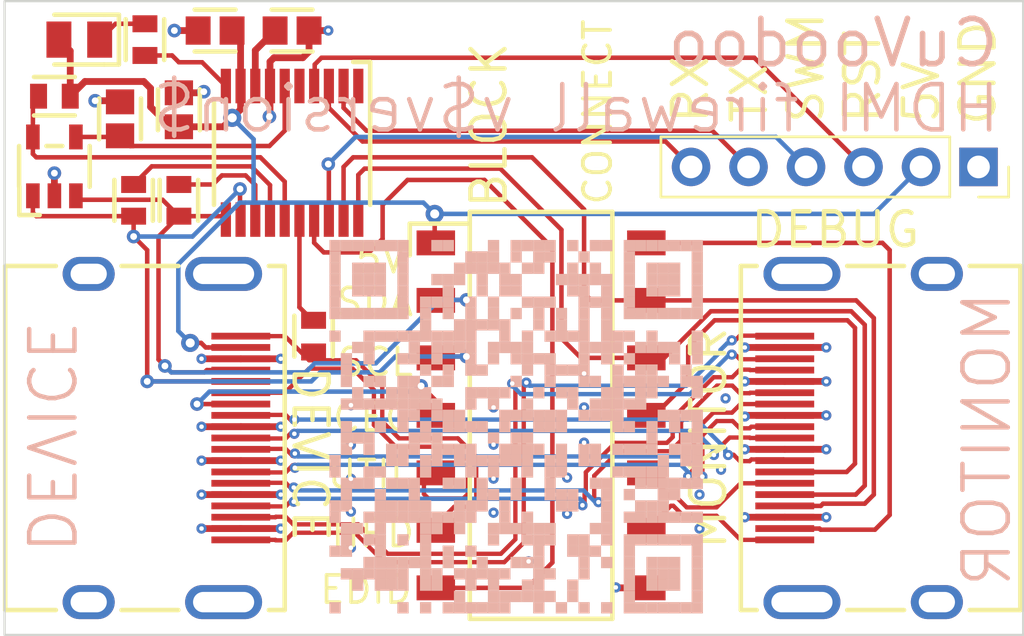
<source format=kicad_pcb>
(kicad_pcb (version 20211014) (generator pcbnew)

  (general
    (thickness 1.59)
  )

  (paper "A4")
  (title_block
    (date "$date$")
    (rev "$version$.$revision$")
    (company "CuVoodoo")
    (comment 1 "King Kévin")
    (comment 2 "CERN-OHL-S")
  )

  (layers
    (0 "F.Cu" signal)
    (1 "In1.Cu" power)
    (2 "In2.Cu" power)
    (31 "B.Cu" signal)
    (33 "F.Adhes" user "F.Adhesive")
    (35 "F.Paste" user)
    (36 "B.SilkS" user "B.Silkscreen")
    (37 "F.SilkS" user "F.Silkscreen")
    (38 "B.Mask" user)
    (39 "F.Mask" user)
    (44 "Edge.Cuts" user)
    (45 "Margin" user)
    (46 "B.CrtYd" user "B.Courtyard")
    (47 "F.CrtYd" user "F.Courtyard")
    (48 "B.Fab" user)
    (49 "F.Fab" user)
  )

  (setup
    (stackup
      (layer "F.SilkS" (type "Top Silk Screen") (color "White"))
      (layer "F.Paste" (type "Top Solder Paste"))
      (layer "F.Mask" (type "Top Solder Mask") (color "Green") (thickness 0.01))
      (layer "F.Cu" (type "copper") (thickness 0.035))
      (layer "dielectric 1" (type "core") (thickness 0.2) (material "FR4") (epsilon_r 4.6) (loss_tangent 0.02))
      (layer "In1.Cu" (type "copper") (thickness 0.0175))
      (layer "dielectric 2" (type "prepreg") (thickness 1.065) (material "FR4") (epsilon_r 4.6) (loss_tangent 0.02))
      (layer "In2.Cu" (type "copper") (thickness 0.0175))
      (layer "dielectric 3" (type "core") (thickness 0.2) (material "FR4") (epsilon_r 4.6) (loss_tangent 0.02))
      (layer "B.Cu" (type "copper") (thickness 0.035))
      (layer "B.Mask" (type "Bottom Solder Mask") (color "Green") (thickness 0.01))
      (layer "B.SilkS" (type "Bottom Silk Screen") (color "White"))
      (copper_finish "None")
      (dielectric_constraints yes)
    )
    (pad_to_mask_clearance 0)
    (pcbplotparams
      (layerselection 0x00010fc_ffffffff)
      (disableapertmacros false)
      (usegerberextensions false)
      (usegerberattributes true)
      (usegerberadvancedattributes true)
      (creategerberjobfile true)
      (svguseinch false)
      (svgprecision 6)
      (excludeedgelayer true)
      (plotframeref false)
      (viasonmask false)
      (mode 1)
      (useauxorigin false)
      (hpglpennumber 1)
      (hpglpenspeed 20)
      (hpglpendiameter 15.000000)
      (dxfpolygonmode true)
      (dxfimperialunits true)
      (dxfusepcbnewfont true)
      (psnegative false)
      (psa4output false)
      (plotreference true)
      (plotvalue true)
      (plotinvisibletext false)
      (sketchpadsonfab false)
      (subtractmaskfromsilk false)
      (outputformat 1)
      (mirror false)
      (drillshape 1)
      (scaleselection 1)
      (outputdirectory "")
    )
  )

  (net 0 "")
  (net 1 "GND")
  (net 2 "Net-(C1-Pad2)")
  (net 3 "+5V")
  (net 4 "/EEPROM")
  (net 5 "/D2+")
  (net 6 "/D2-")
  (net 7 "/D1+")
  (net 8 "/D1-")
  (net 9 "/D0+")
  (net 10 "/D0-")
  (net 11 "/CK+")
  (net 12 "/CK-")
  (net 13 "/CEC")
  (net 14 "/HEAC_D+")
  (net 15 "/SCL")
  (net 16 "/SDA")
  (net 17 "/HEAC_D-")
  (net 18 "Net-(J2-Pad13)")
  (net 19 "/HEAC_M+")
  (net 20 "/SCL_M")
  (net 21 "/SDA_M")
  (net 22 "Net-(J2-Pad18)")
  (net 23 "/HEAC_M-")
  (net 24 "/RST")
  (net 25 "/SWIM")
  (net 26 "/TX")
  (net 27 "/RX")
  (net 28 "/PRES")
  (net 29 "Net-(R4-Pad1)")
  (net 30 "/WP")
  (net 31 "/EDID")
  (net 32 "unconnected-(U1-Pad1)")
  (net 33 "unconnected-(U1-Pad5)")
  (net 34 "Net-(R4-Pad2)")
  (net 35 "/SDA_PU")
  (net 36 "/SCL_PU")

  (footprint "qeda:UC1608X55N" (layer "F.Cu") (at 55.5 64.5 180))

  (footprint "qeda:CONNECTOR_HDMI-001S" (layer "F.Cu") (at 86.5 75 -90))

  (footprint "qeda:CAPC1608X92N" (layer "F.Cu") (at 55.5 60.5))

  (footprint "qeda:SOP254P976X355-14N" (layer "F.Cu") (at 71.5 74))

  (footprint "qeda:CONNECTOR_HDMI-001S" (layer "F.Cu") (at 54 75 90))

  (footprint "qeda:LEDC2012X80N" (layer "F.Cu") (at 51.1 57.4 -90))

  (footprint "qeda:SOT95P280X125-5N" (layer "F.Cu") (at 50 63 90))

  (footprint "qeda:UC1608X55N" (layer "F.Cu") (at 50 59.9 90))

  (footprint "qeda:CAPC1608X92N" (layer "F.Cu") (at 57.1 57 90))

  (footprint "qeda:UC1608X55N" (layer "F.Cu") (at 53.5 64.5 180))

  (footprint "qeda:CAPC1608X92N" (layer "F.Cu") (at 52.9 60.9))

  (footprint "qeda:SOP65P640X120-20N" (layer "F.Cu") (at 60.5 62.4 -90))

  (footprint "Connector_PinSocket_2.54mm:PinSocket_1x06_P2.54mm_Vertical" (layer "F.Cu") (at 90.825 63.025 -90))

  (footprint "qeda:UC1608X55N" (layer "F.Cu") (at 61.45 70.5 180))

  (footprint "qeda:CAPC1608X92N" (layer "F.Cu") (at 60.5 57 -90))

  (footprint "qeda:UC1608X55N" (layer "F.Cu") (at 54 57.4 180))

  (footprint "custom:qr" (layer "B.Cu") (at 70.4 74.5 180))

  (gr_rect (start 47.8 55.7) (end 92.8 83.7) (layer "Edge.Cuts") (width 0.1) (fill none) (tstamp f0146902-4434-4b0f-b356-212cd68fedb2))
  (gr_text "DEVICE" (at 49.8 74.95 270) (layer "B.SilkS") (tstamp 2c597ce7-f11b-4c21-aadd-c78376cd4545)
    (effects (font (size 2 2) (thickness 0.2)) (justify mirror))
  )
  (gr_text "HDMI firewall v$version$" (at 91.9 60.45) (layer "B.SilkS") (tstamp 47d2de52-f49e-423a-b420-37362595aee9)
    (effects (font (size 2 2) (thickness 0.2)) (justify left mirror))
  )
  (gr_text "MONITOR" (at 91.2 75.05 90) (layer "B.SilkS") (tstamp b7a9cebd-bbc2-4903-8147-14f38735f3a2)
    (effects (font (size 2 2) (thickness 0.2)) (justify mirror))
  )
  (gr_text "CuVoodoo" (at 91.85 57.55) (layer "B.SilkS") (tstamp e33f2640-6147-4605-84c4-295ca3d1c887)
    (effects (font (size 2 2) (thickness 0.25)) (justify left mirror))
  )
  (gr_text "TX" (at 80.7 61.2 90) (layer "F.SilkS") (tstamp 0c5f848f-0019-403a-82c9-a37b1ed1c370)
    (effects (font (size 1.5 1.5) (thickness 0.2)) (justify left))
  )
  (gr_text "5V" (at 88.3 61.2 90) (layer "F.SilkS") (tstamp 1cdc715f-35da-4031-90b3-2b1ff424be14)
    (effects (font (size 1.5 1.5) (thickness 0.2)) (justify left))
  )
  (gr_text "HPD" (at 66 79.2) (layer "F.SilkS") (tstamp 2763916d-9ecc-4556-9441-121441775248)
    (effects (font (size 1.2 1.2) (thickness 0.16)) (justify right))
  )
  (gr_text "EDID" (at 65.9 81.7) (layer "F.SilkS") (tstamp 4dee5168-4f51-483e-9d9a-37d92ae901ea)
    (effects (font (size 1.2 1.2) (thickness 0.16)) (justify right))
  )
  (gr_text "SDA" (at 65.95 69) (layer "F.SilkS") (tstamp 5dfa2e7f-530f-44ae-905f-bddb3d619752)
    (effects (font (size 1.2 1.2) (thickness 0.16)) (justify right))
  )
  (gr_text "MONITOR" (at 78.9 75 90) (layer "F.SilkS") (tstamp 6d59aa18-c021-422f-ad9f-81837e6c0b48)
    (effects (font (size 1.5 1.5) (thickness 0.2)))
  )
  (gr_text "RST" (at 85.7 61.2 90) (layer "F.SilkS") (tstamp 740fd393-eab6-46ac-8b63-b338c8b36286)
    (effects (font (size 1.5 1.5) (thickness 0.2)) (justify left))
  )
  (gr_text "DEBUG" (at 84.5 65.8) (layer "F.SilkS") (tstamp 79d2f178-b18d-4243-b1f9-3a0821e998d8)
    (effects (font (size 1.5 1.5) (thickness 0.2)))
  )
  (gr_text "GND" (at 90.8 61.3 90) (layer "F.SilkS") (tstamp 83c32e93-ec61-4fc4-bcb8-11c9d1bb60e5)
    (effects (font (size 1.5 1.5) (thickness 0.2)) (justify left))
  )
  (gr_text "BLOCK" (at 69.2 57.4 90) (layer "F.SilkS") (tstamp 83fbe59b-a59c-4098-8d1f-4a61a45b5486)
    (effects (font (size 1.5 1.5) (thickness 0.2)) (justify right))
  )
  (gr_text "SCL" (at 65.95 71.65) (layer "F.SilkS") (tstamp 89c8a35d-3c44-4e2a-86f8-0957371e37cd)
    (effects (font (size 1.2 1.2) (thickness 0.16)) (justify right))
  )
  (gr_text "UTIL" (at 65.9 76.6) (layer "F.SilkS") (tstamp 98de9a7e-656d-4135-8bd0-809035f2e3a3)
    (effects (font (size 1.2 1.2) (thickness 0.16)) (justify right))
  )
  (gr_text "CEC" (at 65.9 74.1) (layer "F.SilkS") (tstamp ad6729fb-9aa4-42bf-afee-63f6d49c5850)
    (effects (font (size 1.2 1.2) (thickness 0.16)) (justify right))
  )
  (gr_text "5V" (at 65.6 67.1) (layer "F.SilkS") (tstamp c9706b15-2062-431c-a6e4-3d87a8073382)
    (effects (font (size 1.2 1.2) (thickness 0.16)) (justify right))
  )
  (gr_text "CONNECT" (at 74 56.4 90) (layer "F.SilkS") (tstamp d6e6acfd-ff08-405f-83ab-b581ecd673c2)
    (effects (font (size 1.2 1.2) (thickness 0.17)) (justify right))
  )
  (gr_text "RX" (at 78.1 61.2 90) (layer "F.SilkS") (tstamp dcc49d98-631a-4b1e-8436-6b22799f4a51)
    (effects (font (size 1.5 1.5) (thickness 0.2)) (justify left))
  )
  (gr_text "SWM" (at 83.2 61.2 90) (layer "F.SilkS") (tstamp ef25fc1a-2019-46ad-a259-cfd9f82b52be)
    (effects (font (size 1.5 1.5) (thickness 0.2)) (justify left))
  )
  (gr_text "DEVICE" (at 61.3 75.7 270) (layer "F.SilkS") (tstamp fe79ef0f-61de-44d4-bd3f-a04037e674f7)
    (effects (font (size 1.5 1.5) (thickness 0.2)))
  )

  (segment (start 82.265 71) (end 80.5 71) (width 0.3) (layer "F.Cu") (net 1) (tstamp 030ef409-0b8b-4748-b7c1-c06cdcec382f))
  (segment (start 60 77.5) (end 58.235 77.5) (width 0.3) (layer "F.Cu") (net 1) (tstamp 13c513c0-2797-4fab-bb0b-631564f96e84))
  (segment (start 80.55 74) (end 80.5 74.05) (width 0.3) (layer "F.Cu") (net 1) (tstamp 199862ed-46c9-48b0-9a34-16f964f2b67c))
  (segment (start 82.265 71) (end 84.1 71) (width 0.3) (layer "F.Cu") (net 1) (tstamp 1e105fb8-f4a3-46ed-ab85-cfbb820f701a))
  (segment (start 74.82 81.62) (end 74.8 81.6) (width 0.3) (layer "F.Cu") (net 1) (tstamp 208199e5-c54a-41a6-b035-22d52b6c168a))
  (segment (start 50 63.2995) (end 50 64.3) (width 0.3) (layer "F.Cu") (net 1) (tstamp 2193d0a3-b7b4-4a80-a96b-136af4a59e88))
  (segment (start 82.265 78.5) (end 84.1 78.5) (width 0.3) (layer "F.Cu") (net 1) (tstamp 31b28111-e171-4187-9ddf-202037d12ca1))
  (segment (start 82.265 75.5) (end 84.1 75.5) (width 0.3) (layer "F.Cu") (net 1) (tstamp 437cd497-cd5a-408b-83c2-96d66eaa34e9))
  (segment (start 82.265 72.5) (end 84.1 72.5) (width 0.3) (layer "F.Cu") (net 1) (tstamp 4b8b41b0-d4b5-4613-be35-772c57e0a873))
  (segment (start 82.265 74) (end 80.55 74) (width 0.3) (layer "F.Cu") (net 1) (tstamp 4c575d4c-696c-425d-9ff8-04beb7aed8cd))
  (segment (start 59.525 59.45) (end 59.525 58.375) (width 0.3) (layer "F.Cu") (net 1) (tstamp 50f3dbc0-dcd1-49ce-be73-b6c0fc235910))
  (segment (start 58.235 74.5) (end 56.5 74.5) (width 0.3) (layer "F.Cu") (net 1) (tstamp 5608f937-7766-49ea-9dcf-ba5101e43643))
  (segment (start 51.8 60.1) (end 52.85 60.1) (width 0.3) (layer "F.Cu") (net 1) (tstamp 6b397ab1-e628-4c72-83d8-b1288892959b))
  (segment (start 56.35 57) (end 55.3 57) (width 0.3) (layer "F.Cu") (net 1) (tstamp 7224f935-2b1e-4853-ab3d-ec18434c4d49))
  (segment (start 76.15 81.62) (end 74.82 81.62) (width 0.3) (layer "F.Cu") (net 1) (tstamp 747073eb-53e7-442f-9534-47a84da741fb))
  (segment (start 82.265 75.5) (end 80.5 75.5) (width 0.3) (layer "F.Cu") (net 1) (tstamp 7604004b-c093-4f13-ba1c-ec520e3d57e9))
  (segment (start 59.525 60.775) (end 59.5 60.8) (width 0.3) (layer "F.Cu") (net 1) (tstamp 7bb9ca4c-2376-4301-ac85-8dfb184f1409))
  (segment (start 80.5 78.5) (end 82.265 78.5) (width 0.3) (layer "F.Cu") (net 1) (tstamp 7defaae6-a866-44cd-a66f-77359d319367))
  (segment (start 60.975 58.2) (end 61.25 57.925) (width 0.3) (layer "F.Cu") (net 1) (tstamp 8408ed7e-8be3-4326-a851-d3679c0c239f))
  (segment (start 59.525 58.375) (end 59.7 58.2) (width 0.3) (layer "F.Cu") (net 1) (tstamp 86915918-b97e-4b3e-97cc-e24017dd1c70))
  (segment (start 56.55 59.75) (end 56.6 59.7) (width 0.3) (layer "F.Cu") (net 1) (tstamp 9cda6968-9ac5-4583-8582-66a8f899df40))
  (segment (start 58.235 76) (end 56.5 76) (width 0.3) (layer "F.Cu") (net 1) (tstamp a007faf4-14b9-4ecd-b115-e2dddc697411))
  (segment (start 59.525 59.45) (end 59.525 60.775) (width 0.3) (layer "F.Cu") (net 1) (tstamp a36cd402-add7-4dd1-857e-e36b6dd11d94))
  (segment (start 82.265 74) (end 84.1 74) (width 0.3) (layer "F.Cu") (net 1) (tstamp ae7bd550-8e0d-4f62-b9b7-a7df709bb3ba))
  (segment (start 58.235 71.5) (end 60 71.5) (width 0.3) (layer "F.Cu") (net 1) (tstamp b597e2cc-ba82-48ef-9f7b-8d2f14850382))
  (segment (start 58.235 77.5) (end 56.5 77.5) (width 0.3) (layer "F.Cu") (net 1) (tstamp b796e7ba-75e9-4204-bfd0-7de2ee636f1c))
  (segment (start 58.235 74.5) (end 60 74.5) (width 0.3) (layer "F.Cu") (net 1) (tstamp b8261154-629a-4363-bb06-420b6c604c2f))
  (segment (start 60 79) (end 58.235 79) (width 0.3) (layer "F.Cu") (net 1) (tstamp b909327e-a584-45b5-84ed-0ad275fbc7e2))
  (segment (start 52.85 60.1) (end 52.9 60.15) (width 0.3) (layer "F.Cu") (net 1) (tstamp c5e86747-df53-44be-9d8b-90dcbc7bdf55))
  (segment (start 58.235 79) (end 56.5 79) (width 0.3) (layer "F.Cu") (net 1) (tstamp c76c9861-8233-4ce5-823b-3b9b2d7ab6b6))
  (segment (start 80.5 72.5) (end 82.265 72.5) (width 0.3) (layer "F.Cu") (net 1) (tstamp d07bf469-9c65-4e19-abdc-0e9808d255b5))
  (segment (start 60 76) (end 58.235 76) (width 0.3) (layer "F.Cu") (net 1) (tstamp d5a0d335-4cc3-4ce4-b512-7d024da7957a))
  (segment (start 59.7 58.2) (end 60.975 58.2) (width 0.3) (layer "F.Cu") (net 1) (tstamp d91b20e8-f33e-4183-beb3-646ad59a49a8))
  (segment (start 61.25 57) (end 62.1 57) (width 0.3) (layer "F.Cu") (net 1) (tstamp d9725666-0875-4877-9d05-00d5774ed91f))
  (segment (start 55.5 59.75) (end 56.55 59.75) (width 0.3) (layer "F.Cu") (net 1) (tstamp f0cc7b16-52e7-457e-b47f-e58c1012676e))
  (segment (start 61.25 57.925) (end 61.25 57) (width 0.3) (layer "F.Cu") (net 1) (tstamp f692ec31-966c-401e-8cb0-a7d4cc8e9115))
  (segment (start 58.235 71.5) (end 56.5 71.5) (width 0.3) (layer "F.Cu") (net 1) (tstamp fa5b9160-84c1-4398-a844-8dcce0b20d5a))
  (via (at 50 63.2995) (size 0.6) (drill 0.3) (layers "F.Cu" "B.Cu") (free) (net 1) (tstamp 12081a9e-2f61-4cfe-ab22-dd2f30c7841e))
  (via (at 78.5 77.5) (size 0.45) (drill 0.2) (layers "F.Cu" "B.Cu") (free) (net 1) (tstamp 13156a3b-ca30-43a7-a050-d574dd9061e1))
  (via (at 62.1 57) (size 0.45) (drill 0.2) (layers "F.Cu" "B.Cu") (net 1) (tstamp 16e0912b-6a18-4646-97c1-839bd44a3cf4))
  (via (at 56.5 71.5) (size 0.45) (drill 0.2) (layers "F.Cu" "B.Cu") (free) (net 1) (tstamp 1b5b5bad-4c27-4249-af50-2541dad5fa2c))
  (via (at 60 74.5) (size 0.45) (drill 0.2) (layers "F.Cu" "B.Cu") (free) (net 1) (tstamp 1c5e9f0d-68d2-4c12-a5e8-48104048e35c))
  (via (at 84.1 72.5) (size 0.45) (drill 0.2) (layers "F.Cu" "B.Cu") (free) (net 1) (tstamp 2198bf5f-4db5-402d-aeb9-b94b121b1a3b))
  (via (at 73.4 73.65) (size 0.45) (drill 0.2) (layers "F.Cu" "B.Cu") (free) (net 1) (tstamp 230b25cc-e2aa-41e0-8891-08c9246b82d6))
  (via (at 56.5 76) (size 0.45) (drill 0.2) (layers "F.Cu" "B.Cu") (free) (net 1) (tstamp 25915e41-795d-42e2-abd2-cf64c0e69c20))
  (via (at 78.5 79) (size 0.45) (drill 0.2) (layers "F.Cu" "B.Cu") (free) (net 1) (tstamp 2ef38574-8043-4097-a6fd-ae69406945f3))
  (via (at 73.4 72.15) (size 0.45) (drill 0.2) (layers "F.Cu" "B.Cu") (free) (net 1) (tstamp 311d7601-769e-4dd5-9372-55a086801313))
  (via (at 84.1 78.5) (size 0.45) (drill 0.2) (layers "F.Cu" "B.Cu") (free) (net 1) (tstamp 33799ef9-48a6-49f5-bd14-2b77e65dcf1d))
  (via (at 51.8 60.1) (size 0.6) (drill 0.3) (layers "F.Cu" "B.Cu") (free) (net 1) (tstamp 347577e0-c630-401a-8420-cfbd75e39d61))
  (via (at 56.6 59.7) (size 0.6) (drill 0.3) (layers "F.Cu" "B.Cu") (free) (net 1) (tstamp 3b02b579-c5bf-4f96-a5af-89f4da112641))
  (via (at 80.5 71) (size 0.45) (drill 0.2) (layers "F.Cu" "B.Cu") (free) (net 1) (tstamp 3df18c45-3271-407e-96f6-36c1cc3c2a8f))
  (via (at 70.95 80.45) (size 0.45) (drill 0.2) (layers "F.Cu" "B.Cu") (free) (net 1) (tstamp 49e2fa09-97e2-4d2f-aa19-0cf1a58f3c7a))
  (via (at 73.4 75.20517) (size 0.45) (drill 0.2) (layers "F.Cu" "B.Cu") (free) (net 1) (tstamp 52e50b84-bed4-4e6a-9afe-d8affbbe8324))
  (via (at 79.65 73.25) (size 0.45) (drill 0.2) (layers "F.Cu" "B.Cu") (free) (net 1) (tstamp 5ad761ca-5dda-460b-83ba-4ff93d01ab7f))
  (via (at 59.5 60.8) (size 0.6) (drill 0.3) (layers "F.Cu" "B.Cu") (free) (net 1) (tstamp 5afe85f4-f78a-4e0f-be10-eba839eb97a1))
  (via (at 56.5 77.5) (size 0.45) (drill 0.2) (layers "F.Cu" "B.Cu") (free) (net 1) (tstamp 5d73ed84-2da5-4113-943d-b00923919726))
  (via (at 55.3 57) (size 0.6) (drill 0.3) (layers "F.Cu" "B.Cu") (free) (net 1) (tstamp 5e097d90-6160-43db-b00e-feab04f18309))
  (via (at 60 79) (size 0.45) (drill 0.2) (layers "F.Cu" "B.Cu") (free) (net 1) (tstamp 60e564b8-f8ff-45bd-ad02-02ecbad1743b))
  (via (at 80.5 78.5) (size 0.45) (drill 0.2) (layers "F.Cu" "B.Cu") (free) (net 1) (tstamp 60fbf618-acc9-4b1b-9b1b-c511379d9387))
  (via (at 69.4 76.79483) (size 0.45) (drill 0.2) (layers "F.Cu" "B.Cu") (free) (net 1) (tstamp 7eaafd7e-21f6-440f-b525-a59e0522084f))
  (via (at 84.1 74) (size 0.45) (drill 0.2) (layers "F.Cu" "B.Cu") (free) (net 1) (tstamp 81d08eb9-eff3-44f2-b81a-11643210ae93))
  (via (at 63.1 73.55) (size 0.45) (drill 0.2) (layers "F.Cu" "B.Cu") (free) (net 1) (tstamp 8b15f369-8d44-420a-92b5-c5a407a299f3))
  (via (at 72.65 78.35) (size 0.45) (drill 0.2) (layers "F.Cu" "B.Cu") (free) (net 1) (tstamp 8d22862b-de61-4fb8-b9f7-aacd7849072f))
  (via (at 80.5 72.5) (size 0.45) (drill 0.2) (layers "F.Cu" "B.Cu") (free) (net 1) (tstamp 8d370db9-a62f-447f-83e6-7736291ea0c5))
  (via (at 69.4 73.65) (size 0.45) (drill 0.2) (layers "F.Cu" "B.Cu") (free) (net 1) (tstamp 8dff5c54-6793-4630-8415-f111e79951ff))
  (via (at 69.4 78.3) (size 0.45) (drill 0.2) (layers "F.Cu" "B.Cu") (free) (net 1) (tstamp 9d3e06e5-3c3f-4f9f-9eeb-1eb5d42fe85f))
  (via (at 72.65 76.75) (size 0.45) (drill 0.2) (layers "F.Cu" "B.Cu") (free) (net 1) (tstamp 9fdb9a90-712c-434a-af63-c0c7625daf38))
  (via (at 63.1 79.85) (size 0.45) (drill 0.2) (layers "F.Cu" "B.Cu") (free) (net 1) (tstamp a510673f-d202-4062-8a2b-ef224cbcc369))
  (via (at 63.1 76.8) (size 0.45) (drill 0.2) (layers "F.Cu" "B.Cu") (free) (net 1) (tstamp a7f41697-57ed-4434-893b-c2c5d3b2644d))
  (via (at 69.4 75.29483) (size 0.45) (drill 0.2) (layers "F.Cu" "B.Cu") (free) (net 1) (tstamp ae5eceff-6820-4ae8-9a22-39b968883ac8))
  (via (at 56.5 74.5) (size 0.45) (drill 0.2) (layers "F.Cu" "B.Cu") (free) (net 1) (tstamp aec6c0cc-f3d8-4468-a024-36d4c392eead))
  (via (at 84.1 71) (size 0.45) (drill 0.2) (layers "F.Cu" "B.Cu") (free) (net 1) (tstamp b267e1f3-893f-4400-952a-76802bd4a6c6))
  (via (at 56.5 79) (size 0.45) (drill 0.2) (layers "F.Cu" "B.Cu") (free) (net 1) (tstamp b47714ce-d7cd-4b5d-b81c-4b0762667678))
  (via (at 60 77.5) (size 0.45) (drill 0.2) (layers "F.Cu" "B.Cu") (free) (net 1) (tstamp ba294fbe-c7a4-4d56-ae9d-5926e77ea062))
  (via (at 60 71.5) (size 0.45) (drill 0.2) (layers "F.Cu" "B.Cu") (free) (net 1) (tstamp bddc7151-0248-4511-a07e-af73a6a2f1ca))
  (via (at 84.1 75.5) (size 0.45) (drill 0.2) (layers "F.Cu" "B.Cu") (free) (net 1) (tstamp be1ce85c-d12a-41cd-8769-b083485f97e5))
  (via (at 80.5 74.05) (size 0.45) (drill 0.2) (layers "F.Cu" "B.Cu") (free) (net 1) (tstamp c3f6502e-b8d4-4645-a60f-22ebde1d6659))
  (via (at 79.45 76.4) (size 0.45) (drill 0.2) (layers "F.Cu" "B.Cu") (free) (net 1) (tstamp cc9340a7-45be-4f1e-b464-6ee8773fc97b))
  (via (at 60 76) (size 0.45) (drill 0.2) (layers "F.Cu" "B.Cu") (free) (net 1) (tstamp d521dab0-da72-440b-b930-1c6f2dcb7c45))
  (via (at 63.1 75.3) (size 0.45) (drill 0.2) (layers "F.Cu" "B.Cu") (free) (net 1) (tstamp d694ed74-4d5e-45d9-8d08-dd40bf37bae5))
  (via (at 63.1 78.25) (size 0.45) (drill 0.2) (layers "F.Cu" "B.Cu") (free) (net 1) (tstamp df853400-e04f-45ba-bd61-169414949bf4))
  (via (at 80.5 75.5) (size 0.45) (drill 0.2) (layers "F.Cu" "B.Cu") (free) (net 1) (tstamp ee679fbd-8e84-4712-b231-64c221cbec70))
  (via (at 74.8 81.6) (size 0.45) (drill 0.2) (layers "F.Cu" "B.Cu") (net 1) (tstamp f7210ace-0e6f-441b-a219-7c25cfc1a7ea))
  (segment (start 58.875 57.875) (end 59.75 57) (width 0.3) (layer "F.Cu") (net 2) (tstamp 6c91f2bb-88f9-4f11-8d5d-5896eff968b8))
  (segment (start 58.875 59.45) (end 58.875 57.875) (width 0.3) (layer "F.Cu") (net 2) (tstamp c4752bdf-7c9d-4191-bb56-ae6be4218696))
  (segment (start 66.8 65.1) (end 66.8 66.33) (width 0.2) (layer "F.Cu") (net 3) (tstamp 01d5179b-61d2-499b-ae1e-127b6a941bc5))
  (segment (start 54.25 59.55) (end 53.95 59.25) (width 0.3) (layer "F.Cu") (net 3) (tstamp 0a314d9d-8c2a-490f-91d4-690112625638))
  (segment (start 55.125 61.25) (end 55.5 61.25) (width 0.3) (layer "F.Cu") (net 3) (tstamp 2742e224-5d7c-4e39-8cdd-aa49b9adc5bf))
  (segment (start 57.85625 60.85625) (end 58.225 60.4875) (width 0.3) (layer "F.Cu") (net 3) (tstamp 2a485400-8544-4dae-a452-99f632bc6a21))
  (segment (start 55.5 61.25) (end 57.4625 61.25) (width 0.3) (layer "F.Cu") (net 3) (tstamp 58c97d0a-b0bf-4854-b82d-43d7b14a81cf))
  (segment (start 58.235 71) (end 56.8 71) (width 0.2) (layer "F.Cu") (net 3) (tstamp 60af9a9f-15a8-4189-ab55-bfe058806db6))
  (segment (start 50.7 57.9) (end 50.2 57.4) (width 0.3) (layer "F.Cu") (net 3) (tstamp 70cb0b29-e050-42da-b908-decb7e6a0f6d))
  (segment (start 57.4625 61.25) (end 57.85625 60.85625) (width 0.3) (layer "F.Cu") (net 3) (tstamp 799c226c-398c-4a08-a911-6cfb8e0a5cbe))
  (segment (start 56.685 71) (end 56.485 70.8) (width 0.2) (layer "F.Cu") (net 3) (tstamp 7e1d0b54-2a2b-4bbb-aab5-193fac26aa28))
  (segment (start 54.25 60.375) (end 54.25 59.55) (width 0.3) (layer "F.Cu") (net 3) (tstamp 89f5bef0-dec9-4289-99a1-fbe199055e5c))
  (segment (start 66.8 66.33) (end 66.85 66.38) (width 0.2) (layer "F.Cu") (net 3) (tstamp b07d96ee-ad63-4600-8684-1afdb45169d4))
  (segment (start 56.485 70.8) (end 56 70.8) (width 0.2) (layer "F.Cu") (net 3) (tstamp b7fd8065-0176-433f-8ef3-badfd743f143))
  (segment (start 58.225 59.45) (end 58.225 57.375) (width 0.3) (layer "F.Cu") (net 3) (tstamp cfa9de47-9837-4aaf-9a58-57bbaedb290d))
  (segment (start 50.7 59.9) (end 51.35 59.25) (width 0.3) (layer "F.Cu") (net 3) (tstamp dc0bc408-0143-4e6f-aeae-d59db0cbef5e))
  (segment (start 58.225 57.375) (end 57.85 57) (width 0.3) (layer "F.Cu") (net 3) (tstamp e0ad777a-5f39-4a2d-b84d-8f45fa1117e0))
  (segment (start 51.35 59.25) (end 53.95 59.25) (width 0.3) (layer "F.Cu") (net 3) (tstamp ebf458c4-6330-48f3-962e-86ae0e9e132d))
  (segment (start 58.225 60.4875) (end 58.225 59.45) (width 0.3) (layer "F.Cu") (net 3) (tstamp f014c351-bb7c-4a6f-8f15-c91a11bf8d9b))
  (segment (start 56.8 71) (end 56.685 71) (width 0.2) (layer "F.Cu") (net 3) (tstamp f21c16b1-73c3-4db2-982b-0edd61ad1e27))
  (segment (start 54.25 60.375) (end 55.125 61.25) (width 0.3) (layer "F.Cu") (net 3) (tstamp f829dd0e-709e-4965-902e-e4128d91c9ca))
  (segment (start 50.7 59.9) (end 50.7 57.9) (width 0.3) (layer "F.Cu") (net 3) (tstamp f9529e59-fc90-4c69-b122-a7dda4c1f33f))
  (via (at 57.85625 60.85625) (size 0.8) (drill 0.4) (layers "F.Cu" "B.Cu") (net 3) (tstamp 1a8805c9-ca76-460d-b226-d86aa3bcba6e))
  (via (at 56 70.8) (size 0.8) (drill 0.4) (layers "F.Cu" "B.Cu") (remove_unused_layers) (net 3) (tstamp 67996be3-9c22-4f3b-85cf-42e16608008a))
  (via (at 66.8 65.1) (size 0.8) (drill 0.4) (layers "F.Cu" "B.Cu") (net 3) (tstamp c6c4f6bc-b420-494c-8c0a-2fdcb2abc42b))
  (segment (start 55.475 70.275) (end 55.475 67.315076) (width 0.2) (layer "B.Cu") (net 3) (tstamp 25e73088-98ec-4de1-98af-8cf88be2fb53))
  (segment (start 58.8 61.8) (end 58.8 64.6) (width 0.2) (layer "B.Cu") (net 3) (tstamp 3254e77e-45e0-4d45-bf36-94d842b6e069))
  (segment (start 55.475 67.315076) (end 58.190076 64.6) (width 0.2) (layer "B.Cu") (net 3) (tstamp 3a16ff34-1f4d-4ae1-8543-6c090953abba))
  (segment (start 58.448529 64.6) (end 58.8 64.6) (width 0.2) (layer "B.Cu") (net 3) (tstamp 46403fb9-ceaf-4897-bf4b-0645118fd67d))
  (segment (start 86.21 65.1) (end 88.285 63.025) (width 0.2) (layer "B.Cu") (net 3) (tstamp 55e1e58a-12e0-4529-985f-c4648230700e))
  (segment (start 58.190076 64.6) (end 58.448529 64.6) (width 0.2) (layer "B.Cu") (net 3) (tstamp 7f92703e-6cd0-49d8-9045-d274b390b548))
  (segment (start 56 70.8) (end 55.475 70.275) (width 0.2) (layer "B.Cu") (net 3) (tstamp a946ae01-5f93-4e3e-b447-dccdc6526c42))
  (segment (start 57.85625 60.85625) (end 58.8 61.8) (width 0.2) (layer "B.Cu") (net 3) (tstamp c9722d09-7b4b-4044-9688-0a1375654cd7))
  (segment (start 66.3 64.6) (end 66.8 65.1) (width 0.2) (layer "B.Cu") (net 3) (tstamp cb0ee71c-ebb3-4554-9d4d-4961a668f0bc))
  (segment (start 58.8 64.6) (end 66.3 64.6) (width 0.2) (layer "B.Cu") (net 3) (tstamp d632899a-9947-4afd-89fc-d8b5924bc07f))
  (segment (start 66.8 65.1) (end 86.21 65.1) (width 0.2) (layer "B.Cu") (net 3) (tstamp f90f532b-21bf-4e95-8db8-057652d95b13))
  (segment (start 50.95 61.7) (end 52.85 61.7) (width 0.2) (layer "F.Cu") (net 4) (tstamp 27015a25-da8d-4154-be0d-a1e0228c57de))
  (segment (start 52.85 61.7) (end 52.9 61.65) (width 0.2) (layer "F.Cu") (net 4) (tstamp 46ac799c-48a2-41dc-ab78-ac56d92d7225))
  (segment (start 53.35 62.1) (end 59.5 62.1) (width 0.2) (layer "F.Cu") (net 4) (tstamp 53201500-f0a5-4892-ac85-ec1fd812e445))
  (segment (start 60.175 61.425) (end 60.175 59.45) (width 0.2) (layer "F.Cu") (net 4) (tstamp 5cefe8d4-4d81-4a51-852b-4346c2d2b862))
  (segment (start 59.5 62.1) (end 60.175 61.425) (width 0.2) (layer "F.Cu") (net 4) (tstamp 7bd99fb9-0219-4d9f-bd1b-37880b85a750))
  (segment (start 52.9 61.65) (end 53.35 62.1) (width 0.2) (layer "F.Cu") (net 4) (tstamp cfbab783-140e-400c-bf09-fb8f19029317))
  (segment (start 70.85 72.551815) (end 70.734785 72.66703) (width 0.19177) (layer "F.Cu") (net 5) (tstamp 001c6f3c-65b8-410a-a2cc-d09cd978da7a))
  (segment (start 81.115 70.5) (end 81.094115 70.479115) (width 0.19177) (layer "F.Cu") (net 5) (tstamp 061885af-3b9e-4f08-ade6-dedf770b373f))
  (segment (start 60.215758 79.520885) (end 59.784242 79.520885) (width 0.19177) (layer "F.Cu") (net 5) (tstamp 331e3d4f-5ff2-43b3-94d6-8148a6238b7a))
  (segment (start 69.876541 80.484785) (end 64.573459 80.484785) (width 0.19177) (layer "F.Cu") (net 5) (tstamp 3a518b97-56d7-4841-996e-6ac21b5e8f61))
  (segment (start 80.001313 70.762043) (end 79.92537 70.6861) (width 0.19177) (layer "F.Cu") (net 5) (tstamp 3cef9169-0ea5-437f-baf5-3291dc806823))
  (segment (start 59.763357 79.5) (end 58.235 79.5) (width 0.19177) (layer "F.Cu") (net 5) (tstamp 5147217f-5693-46cc-a5ef-83c4c74a2804))
  (segment (start 70.734785 72.66703) (end 70.734785 79.626541) (width 0.19177) (layer "F.Cu") (net 5) (tstamp 5f3adc0c-b92f-4477-a557-641970c5ae7b))
  (segment (start 80.284242 70.479115) (end 80.001313 70.762043) (width 0.19177) (layer "F.Cu") (net 5) (tstamp 6ae0661f-a6ea-457c-919b-91a8cd2d0db0))
  (segment (start 59.784242 79.520885) (end 59.763357 79.5) (width 0.19177) (layer "F.Cu") (net 5) (tstamp 81366be3-e5f2-4c2f-a70e-99ebc7b1967c))
  (segment (start 60.551858 79.184785) (end 60.215758 79.520885) (width 0.19177) (layer "F.Cu") (net 5) (tstamp 8fd20285-2d69-4958-8865-d3400cca5a20))
  (segment (start 64.573459 80.484785) (end 63.273459 79.184785) (width 0.19177) (layer "F.Cu") (net 5) (tstamp ac1b9af8-505d-4116-81b5-34ddbacc9672))
  (segment (start 82.265 70.5) (end 81.115 70.5) (width 0.19177) (layer "F.Cu") (net 5) (tstamp d3e3f7b7-20fe-4acb-b72c-b08208f4c365))
  (segment (start 63.273459 79.184785) (end 60.551858 79.184785) (width 0.19177) (layer "F.Cu") (net 5) (tstamp d463e7ef-2321-4c7a-b8d3-ff911c49cc5c))
  (segment (start 81.094115 70.479115) (end 80.284242 70.479115) (width 0.19177) (layer "F.Cu") (net 5) (tstamp e1d1c852-9615-4e57-9294-bb02979a3a37))
  (segment (start 70.734785 79.626541) (end 69.876541 80.484785) (width 0.19177) (layer "F.Cu") (net 5) (tstamp ef1ead5c-d192-4e97-b567-fb6eb19f014a))
  (via (at 70.85 72.551815) (size 0.45) (drill 0.2) (layers "F.Cu" "B.Cu") (net 5) (tstamp 2ff4cd78-684a-4963-aea1-bc332d491c08))
  (via (at 79.92537 70.6861) (size 0.45) (drill 0.2) (layers "F.Cu" "B.Cu") (net 5) (tstamp e8c26f87-bb4e-4135-8dd2-c9b0ddffc1cd))
  (segment (start 70.989528 72.691343) (end 77.920127 72.691343) (width 0.19177) (layer "B.Cu") (net 5) (tstamp 0e958c1f-6f72-4ac7-bfe1-ccedfcc0dc77))
  (segment (start 79.426685 71.184785) (end 79.426685 71.107337) (width 0.19177) (layer "B.Cu") (net 5) (tstamp 4a840e44-cfaf-47fa-ae3d-422c3c883f14))
  (segment (start 79.426685 71.107337) (end 79.718807 70.815215) (width 0.19177) (layer "B.Cu") (net 5) (tstamp 8321ac20-105a-43e6-a131-b6e944488df3))
  (segment (start 70.85 72.551815) (end 70.989528 72.691343) (width 0.19177) (layer "B.Cu") (net 5) (tstamp 8c612494-1d82-4003-bc51-5f15e4349a07))
  (segment (start 79.718807 70.815215) (end 79.796255 70.815215) (width 0.19177) (layer "B.Cu") (net 5) (tstamp ada04b02-0bec-4595-85b5-6c2a53b27ceb))
  (segment (start 79.796255 70.815215) (end 79.92537 70.6861) (width 0.19177) (layer "B.Cu") (net 5) (tstamp cb55d9a9-4df1-4732-a8ac-45e4bfb52796))
  (segment (start 77.920127 72.691343) (end 79.426685 71.184785) (width 0.19177) (layer "B.Cu") (net 5) (tstamp fe3fb280-dfba-4049-9cf0-ca2c964bd92b))
  (segment (start 70.365215 72.733522) (end 70.365215 79.473459) (width 0.19177) (layer "F.Cu") (net 6) (tstamp 11d8f410-83d2-4bf0-9758-a098fd34b760))
  (segment (start 70.365215 79.473459) (end 69.723459 80.115215) (width 0.19177) (layer "F.Cu") (net 6) (tstamp 2ff5daa1-927c-47df-9b5e-88ab830eef8c))
  (segment (start 70.224006 72.592313) (end 70.365215 72.733522) (width 0.19177) (layer "F.Cu") (net 6) (tstamp 32b709fb-e51d-48c0-aac4-9aed256aadec))
  (segment (start 81.094115 71.520885) (end 80.284242 71.520885) (width 0.19177) (layer "F.Cu") (net 6) (tstamp 417bc1d1-f8f9-44dd-ad1d-96f0f7d9a780))
  (segment (start 64.726541 80.115215) (end 63.426541 78.815215) (width 0.19177) (layer "F.Cu") (net 6) (tstamp 50d2de6c-a573-4e69-9b79-48f069bdec07))
  (segment (start 60.215758 78.479115) (end 59.784242 78.479115) (width 0.19177) (layer "F.Cu") (net 6) (tstamp 68067ded-29d0-40b3-83ba-95d856d38c6c))
  (segment (start 80.001313 71.237957) (end 79.92537 71.3139) (width 0.19177) (layer "F.Cu") (net 6) (tstamp 6b88964b-5ab3-4fb8-aa6e-b68486660854))
  (segment (start 63.426541 78.815215) (end 60.551858 78.815215) (width 0.19177) (layer "F.Cu") (net 6) (tstamp 8a6cef71-1e92-4a58-9394-f330625177af))
  (segment (start 82.265 71.5) (end 81.115 71.5) (width 0.19177) (layer "F.Cu") (net 6) (tstamp b997d9dd-b60b-48d8-875a-0858a7935247))
  (segment (start 59.763357 78.5) (end 58.235 78.5) (width 0.19177) (layer "F.Cu") (net 6) (tstamp bf82f3ed-a793-47fa-ae2a-69893b589b40))
  (segment (start 81.115 71.5) (end 81.094115 71.520885) (width 0.19177) (layer "F.Cu") (net 6) (tstamp bfb50136-bae8-4ed7-9fac-52a492fe114d))
  (segment (start 59.784242 78.479115) (end 59.763357 78.5) (width 0.19177) (layer "F.Cu") (net 6) (tstamp c1ddedec-76f7-4699-9442-e9109c8c7b73))
  (segment (start 69.723459 80.115215) (end 64.726541 80.115215) (width 0.19177) (layer "F.Cu") (net 6) (tstamp d2c413e1-74b3-438a-93c5-71f3989df173))
  (segment (start 80.284242 71.520885) (end 80.001313 71.237957) (width 0.19177) (layer "F.Cu") (net 6) (tstamp f009187c-c5fd-412f-b0df-fe7d727684c0))
  (segment (start 60.551858 78.815215) (end 60.215758 78.479115) (width 0.19177) (layer "F.Cu") (net 6) (tstamp f3ea92e9-cfb0-4521-a848-ed18fe7c9414))
  (via (at 70.224006 72.592313) (size 0.45) (drill 0.2) (layers "F.Cu" "B.Cu") (net 6) (tstamp 237bd0dd-5d07-48b2-a3c0-bc92b4c12792))
  (via (at 79.92537 71.3139) (size 0.45) (drill 0.2) (layers "F.Cu" "B.Cu") (net 6) (tstamp e6c710b6-c1d5-46d4-8851-fcf748e2765c))
  (segment (start 70.224006 72.674006) (end 70.610913 73.060913) (width 0.19177) (layer "B.Cu") (net 6) (tstamp 323bde82-12ff-425a-97f4-15f8ae5d2b90))
  (segment (start 79.82022 71.3139) (end 79.92537 71.3139) (width 0.19177) (layer "B.Cu") (net 6) (tstamp 3b9d9266-7002-4dd3-8b38-744c81e79f13))
  (segment (start 70.610913 73.060913) (end 78.073207 73.060913) (width 0.19177) (layer "B.Cu") (net 6) (tstamp 45560172-7d91-4790-ad88-672540757589))
  (segment (start 78.073207 73.060913) (end 79.82022 71.3139) (width 0.19177) (layer "B.Cu") (net 6) (tstamp 4bc8c2da-4356-4fc5-9b5c-2a05b6ed5ae0))
  (segment (start 70.224006 72.592313) (end 70.224006 72.674006) (width 0.19177) (layer "B.Cu") (net 6) (tstamp a41d0a09-b559-4210-97f3-ace09e8b57df))
  (segment (start 77.057368 75.215215) (end 77.315215 74.957368) (width 0.19177) (layer "F.Cu") (net 7) (tstamp 03fe0f21-3ec2-45ea-a785-a15fd7b1e5e5))
  (segment (start 80.284242 71.979115) (end 80.715758 71.979115) (width 0.19177) (layer "F.Cu") (net 7) (tstamp 0d525c20-f83f-410f-9d77-16f3f67e61e1))
  (segment (start 80.715758 71.979115) (end 80.736643 72) (width 0.19177) (layer "F.Cu") (net 7) (tstamp 17e4684c-3729-4c2c-af8f-737a65d53c76))
  (segment (start 73.336271 77.971607) (end 73.423276 77.884602) (width 0.19177) (layer "F.Cu") (net 7) (tstamp 2346da15-8fa1-4f92-b337-e4f25a9d97ec))
  (segment (start 77.315215 74.123459) (end 79.123459 72.315215) (width 0.19177) (layer "F.Cu") (net 7) (tstamp 2658e8a2-52e1-4c3c-82bd-780938abc4f3))
  (segment (start 74.773459 75.215215) (end 77.057368 75.215215) (width 0.19177) (layer "F.Cu") (net 7) (tstamp 31bde03b-41a7-4f64-89a6-2535d2c1b7cf))
  (segment (start 73.423276 77.884602) (end 73.423276 77.471476) (width 0.19177) (layer "F.Cu") (net 7) (tstamp 5ea5ad1b-03d1-4d30-ba3e-1e1b94851399))
  (segment (start 73.423276 77.471476) (end 73.478039 77.416713) (width 0.19177) (layer "F.Cu") (net 7) (tstamp 5fd0963f-4501-49bc-bb14-6bcff965727b))
  (segment (start 73.478039 77.416713) (end 73.478039 76.510635) (width 0.19177) (layer "F.Cu") (net 7) (tstamp 6b8464a6-a21e-4684-a601-fd9311a6ba2a))
  (segment (start 73.478039 76.510635) (end 74.773459 75.215215) (width 0.19177) (layer "F.Cu") (net 7) (tstamp 6bcf0c70-b35d-4a7c-96b6-8fcb454b1037))
  (segment (start 59.405885 78.020885) (end 60.215758 78.020885) (width 0.19177) (layer "F.Cu") (net 7) (tstamp 6d90372d-28c2-49d2-8d66-428ad14511fe))
  (segment (start 80.736643 72) (end 82.265 72) (width 0.19177) (layer "F.Cu") (net 7) (tstamp 88f5cbbf-bae2-49e5-aff5-7e7891167995))
  (segment (start 73.328393 77.971607) (end 73.336271 77.971607) (width 0.19177) (layer "F.Cu") (net 7) (tstamp 968875b7-289f-48db-9c97-92c733b65c24))
  (segment (start 79.123459 72.315215) (end 79.948142 72.315215) (width 0.19177) (layer "F.Cu") (net 7) (tstamp 9e66cbdd-e855-416a-bdb1-6096170f0e4d))
  (segment (start 77.315215 74.957368) (end 77.315215 74.123459) (width 0.19177) (layer "F.Cu") (net 7) (tstamp bc2a6643-d970-471f-80f1-68e81d31d963))
  (segment (start 60.498687 77.737957) (end 60.57463 77.8139) (width 0.19177) (layer "F.Cu") (net 7) (tstamp c4a0fdbe-a334-4fa3-9084-06bd902cfc17))
  (segment (start 60.215758 78.020885) (end 60.498687 77.737957) (width 0.19177) (layer "F.Cu") (net 7) (tstamp e4785bfb-f742-4cd3-985b-e32af39345ac))
  (segment (start 59.385 78) (end 59.405885 78.020885) (width 0.19177) (layer "F.Cu") (net 7) (tstamp eddb341c-d07c-49fc-adf4-0230ee37625a))
  (segment (start 58.235 78) (end 59.385 78) (width 0.19177) (layer "F.Cu") (net 7) (tstamp ee7bbba4-fb79-4f36-a037-0ae2f86f6d45))
  (segment (start 79.948142 72.315215) (end 80.284242 71.979115) (width 0.19177) (layer "F.Cu") (net 7) (tstamp f02198e2-7f67-489f-8720-4dc8848fb06b))
  (via (at 60.57463 77.8139) (size 0.45) (drill 0.2) (layers "F.Cu" "B.Cu") (remove_unused_layers) (net 7) (tstamp b9a48502-4f34-4200-87e2-511260a13338))
  (via (at 73.328393 77.971607) (size 0.45) (drill 0.2) (layers "F.Cu" "B.Cu") (remove_unused_layers) (net 7) (tstamp cc5d8d79-5f33-47a7-bd61-772d5216b197))
  (segment (start 73.328393 77.971607) (end 73.328393 77.789719) (width 0.19177) (layer "B.Cu") (net 7) (tstamp 84a7e10c-6bdf-4722-b208-7ecfd03f0f71))
  (segment (start 73.223459 77.684785) (end 60.703745 77.684785) (width 0.19177) (layer "B.Cu") (net 7) (tstamp 96730613-2c6a-4252-94df-808bba043d51))
  (segment (start 73.328393 77.789719) (end 73.223459 77.684785) (width 0.19177) (layer "B.Cu") (net 7) (tstamp e327c21c-fb99-43b6-a6a2-46d9002c7f33))
  (segment (start 60.703745 77.684785) (end 60.57463 77.8139) (width 0.19177) (layer "B.Cu") (net 7) (tstamp e89c9563-3416-4437-8d5e-cbfeb654414d))
  (segment (start 77.684785 74.276541) (end 79.276541 72.684785) (width 0.19177) (layer "F.Cu") (net 8) (tstamp 004c6dfd-c7d7-4c1f-a75f-9fc6f31787c2))
  (segment (start 77.684785 75.110448) (end 77.684785 74.276541) (width 0.19177) (layer "F.Cu") (net 8) (tstamp 077b16ee-9684-4973-b0ce-9d4aba6761d8))
  (segment (start 74.926541 75.584785) (end 77.210448 75.584785) (width 0.19177) (layer "F.Cu") (net 8) (tstamp 0e2f8aee-47ac-4df2-8def-550d02a0a1b2))
  (segment (start 79.276541 72.684785) (end 79.948142 72.684785) (width 0.19177) (layer "F.Cu") (net 8) (tstamp 21f01d01-1e14-4ddc-aa02-8db8a5212fbe))
  (segment (start 59.385 77) (end 59.405885 76.979115) (width 0.19177) (layer "F.Cu") (net 8) (tstamp 2bae00e7-fffd-4401-a7bc-12588b741fc2))
  (segment (start 80.736643 73) (end 82.265 73) (width 0.19177) (layer "F.Cu") (net 8) (tstamp 37106255-0548-414e-9d77-55445791b9b4))
  (segment (start 60.215758 76.979115) (end 60.498687 77.262043) (width 0.19177) (layer "F.Cu") (net 8) (tstamp 4d6550e7-5d53-4cab-93eb-6464f6be3580))
  (segment (start 80.715758 73.020885) (end 80.736643 73) (width 0.19177) (layer "F.Cu") (net 8) (tstamp 5377e93f-120b-4bbb-b2c1-7a45d2cce057))
  (segment (start 80.284242 73.020885) (end 80.715758 73.020885) (width 0.19177) (layer "F.Cu") (net 8) (tstamp 589512e8-6bdf-45d5-b897-d1d11aa92c4d))
  (segment (start 59.405885 76.979115) (end 60.215758 76.979115) (width 0.19177) (layer "F.Cu") (net 8) (tstamp 5cf81ca1-2204-42ea-9e6a-852f97a91cee))
  (segment (start 79.948142 72.684785) (end 80.284242 73.020885) (width 0.19177) (layer "F.Cu") (net 8) (tstamp 8379c84a-ab97-4544-b050-0b25b1101dc2))
  (segment (start 74.034356 77.832099) (end 73.847609 77.645352) (width 0.19177) (layer "F.Cu") (net 8) (tstamp 8392d656-ccdc-40ca-8b8e-c91003278f71))
  (segment (start 58.235 77) (end 59.385 77) (width 0.19177) (layer "F.Cu") (net 8) (tstamp a8637034-3cdd-43d3-80bf-7b49f8069312))
  (segment (start 73.847609 77.645352) (end 73.847609 76.663717) (width 0.19177) (layer "F.Cu") (net 8) (tstamp c001d4f9-d079-4b4b-a2a5-664b0f01ff07))
  (segment (start 73.847609 76.663717) (end 74.926541 75.584785) (width 0.19177) (layer "F.Cu") (net 8) (tstamp c2fc378b-1092-4a26-a415-8d57f27e2322))
  (segment (start 60.498687 77.262043) (end 60.57463 77.1861) (width 0.19177) (layer "F.Cu") (net 8) (tstamp d142606d-af1e-46ce-bd27-e09ee2d32f5e))
  (segment (start 77.210448 75.584785) (end 77.684785 75.110448) (width 0.19177) (layer "F.Cu") (net 8) (tstamp db439660-8405-4b22-bc53-f4a1f0c10636))
  (via (at 60.57463 77.1861) (size 0.45) (drill 0.2) (layers "F.Cu" "B.Cu") (remove_unused_layers) (net 8) (tstamp 3061527d-2918-40d5-9611-45d52a46f4fd))
  (via (at 74.034356 77.832099) (size 0.45) (drill 0.2) (layers "F.Cu" "B.Cu") (remove_unused_layers) (net 8) (tstamp e86a957f-1a15-4738-abbb-fc92f170cba8))
  (segment (start 74.034356 77.832099) (end 73.893425 77.832099) (width 0.19177) (layer "B.Cu") (net 8) (tstamp 1426f652-cc87-404b-ad3f-d49674a84d9f))
  (segment (start 73.893425 77.832099) (end 73.376541 77.315215) (width 0.19177) (layer "B.Cu") (net 8) (tstamp 43694ce6-e945-43c5-8fe2-1b2ee7df9a6a))
  (segment (start 73.376541 77.315215) (end 60.703745 77.315215) (width 0.19177) (layer "B.Cu") (net 8) (tstamp 5f5236c2-a2af-45c3-8995-f04b6c82069a))
  (segment (start 60.703745 77.315215) (end 60.57463 77.1861) (width 0.19177) (layer "B.Cu") (net 8) (tstamp b9895b66-38c9-40ff-8dcb-7f3abc96ec0f))
  (segment (start 80.314999 73.5) (end 80.285884 73.529115) (width 0.19177) (layer "F.Cu") (net 9) (tstamp 0e38a5cb-798f-422b-ba89-4a39f2227d09))
  (segment (start 78.000204 76.626969) (end 78.000204 76.691083) (width 0.19177) (layer "F.Cu") (net 9) (tstamp 550bbcc9-a429-41c4-ac3f-29200b812e4c))
  (segment (start 78.25778 76.369393) (end 78.000204 76.626969) (width 0.19177) (layer "F.Cu") (net 9) (tstamp 55590aab-edd6-4b7a-988a-cbb2dde738ec))
  (segment (start 58.235 76.5) (end 59.385 76.5) (width 0.19177) (layer "F.Cu") (net 9) (tstamp 59126b46-f013-44bb-9ac4-2e3c3c673cb4))
  (segment (start 79.932927 73.88043) (end 79.108246 73.88043) (width 0.19177) (layer "F.Cu") (net 9) (tstamp 5e352bc0-aee7-4042-b281-ceb524c10e71))
  (segment (start 59.385 76.5) (end 59.405885 76.520885) (width 0.19177) (layer "F.Cu") (net 9) (tstamp 6dbab412-4f5d-4108-b3fc-b4d454617a4c))
  (segment (start 60.215758 76.520885) (end 60.520885 76.215758) (width 0.19177) (layer "F.Cu") (net 9) (tstamp 76816d0c-15e0-4c69-b269-34e87f8a89aa))
  (segment (start 79.108246 73.88043) (end 78.25778 74.730896) (width 0.19177) (layer "F.Cu") (net 9) (tstamp 7ade9fdb-24bf-4522-96e5-476c5949d2b5))
  (segment (start 82.265 73.5) (end 80.314999 73.5) (width 0.19177) (layer "F.Cu") (net 9) (tstamp 7eb29a3e-0d3d-4ffe-b73f-62d29cd70fa8))
  (segment (start 59.405885 76.520885) (end 60.215758 76.520885) (width 0.19177) (layer "F.Cu") (net 9) (tstamp 8cdb65d8-80e3-4e4c-9bd2-caca434cf8ac))
  (segment (start 80.284242 73.529115) (end 79.932927 73.88043) (width 0.19177) (layer "F.Cu") (net 9) (tstamp 9c7e0a94-f308-42d4-90be-ae9b31836db5))
  (segment (start 60.520885 76.210993) (end 60.623792 76.3139) (width 0.19177) (layer "F.Cu") (net 9) (tstamp a5ca84e7-d4a6-4ed0-81cc-c538125d958e))
  (segment (start 80.285884 73.529115) (end 80.284242 73.529115) (width 0.19177) (layer "F.Cu") (net 9) (tstamp ad68e4d9-ca9b-47f9-8adf-c28f76addc58))
  (segment (start 78.25778 74.730896) (end 78.25778 76.369393) (width 0.19177) (layer "F.Cu") (net 9) (tstamp ca1ad1c8-4bca-43a8-8f33-c82400c6e8e3))
  (segment (start 60.520885 76.215758) (end 60.520885 76.210993) (width 0.19177) (layer "F.Cu") (net 9) (tstamp f2f97883-b5e3-46c0-bd5d-8345c605adbd))
  (via (at 78.000204 76.691083) (size 0.45) (drill 0.2) (layers "F.Cu" "B.Cu") (remove_unused_layers) (net 9) (tstamp 1b74179a-5a2e-495d-adab-76b3a11d02e0))
  (via (at 60.623792 76.3139) (size 0.45) (drill 0.2) (layers "F.Cu" "B.Cu") (remove_unused_layers) (net 9) (tstamp 80c525d0-afa5-4508-b904-fa5219598218))
  (segment (start 78.000204 76.508487) (end 78.000204 76.691083) (width 0.19177) (layer "B.Cu") (net 9) (tstamp 4f1eb23f-c912-402c-8ab4-ed09810288b2))
  (segment (start 60.623792 76.3139) (end 60.752907 76.184785) (width 0.19177) (layer "B.Cu") (net 9) (tstamp 65b604b9-78b4-44ff-81f5-b941d181ad89))
  (segment (start 60.752907 76.184785) (end 77.676502 76.184785) (width 0.19177) (layer "B.Cu") (net 9) (tstamp 9afbd58e-a90d-4db6-b9a6-c9dd36200eb9))
  (segment (start 77.676502 76.184785) (end 78.000204 76.508487) (width 0.19177) (layer "B.Cu") (net 9) (tstamp b4258571-bf69-47e4-99cc-248ea88c2bf8))
  (segment (start 80.284242 74.570885) (end 79.963357 74.25) (width 0.19177) (layer "F.Cu") (net 10) (tstamp 0dbbe0ee-3e97-47af-87b8-08d3733409de))
  (segment (start 79.261326 74.25) (end 78.62735 74.883976) (width 0.19177) (layer "F.Cu") (net 10) (tstamp 0e4f5bdb-f6dd-4fbf-b853-d9142db8194e))
  (segment (start 60.520885 75.789007) (end 60.623792 75.6861) (width 0.19177) (layer "F.Cu") (net 10) (tstamp 19585a54-b7c5-4674-b3ee-7be7da9fa430))
  (segment (start 82.265 74.5) (end 80.786643 74.5) (width 0.19177) (layer "F.Cu") (net 10) (tstamp 2b5d45ca-d53a-499a-a27a-65a5e3f4e659))
  (segment (start 58.235 75.5) (end 59.385 75.5) (width 0.19177) (layer "F.Cu") (net 10) (tstamp 30b95704-5b56-4f9c-82ff-2902a854137a))
  (segment (start 59.385 75.5) (end 59.405885 75.479115) (width 0.19177) (layer "F.Cu") (net 10) (tstamp 3f890c0b-fc25-417c-9062-5320908bec08))
  (segment (start 79.963357 74.25) (end 79.261326 74.25) (width 0.19177) (layer "F.Cu") (net 10) (tstamp 4feddba2-60b6-484e-8cf8-555a726360bc))
  (segment (start 60.215758 75.479115) (end 60.520885 75.784242) (width 0.19177) (layer "F.Cu") (net 10) (tstamp 72132819-a17e-4587-9c0c-09583bfaa46d))
  (segment (start 60.520885 75.784242) (end 60.520885 75.789007) (width 0.19177) (layer "F.Cu") (net 10) (tstamp 7b9a2a9b-c433-41f6-b31b-24a01294a7cd))
  (segment (start 80.786643 74.5) (end 80.715758 74.570885) (width 0.19177) (layer "F.Cu") (net 10) (tstamp b4b35851
... [224243 chars truncated]
</source>
